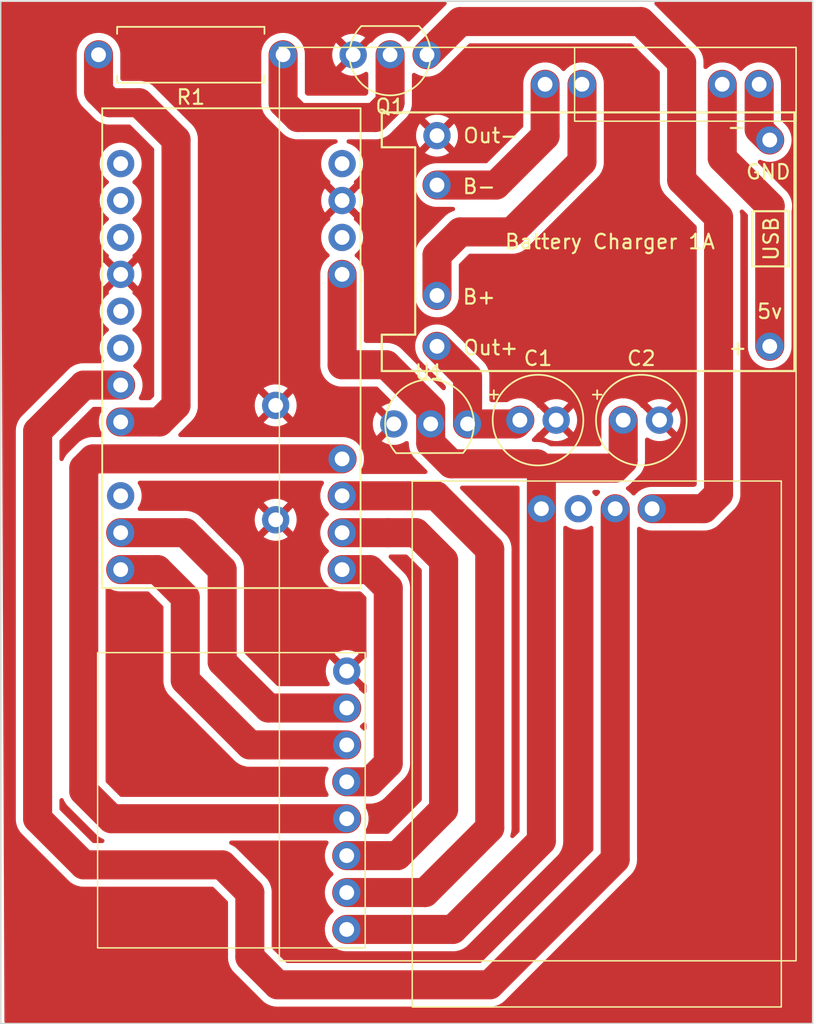
<source format=kicad_pcb>
(kicad_pcb (version 20221018) (generator pcbnew)
  (layers (0 "F.Cu" signal) (31 "B.Cu" signal) (34 "B.Paste" user) (35 "F.Paste" user) (36 "B.SilkS" user "B.Silkscreen") (37 "F.SilkS" user "F.Silkscreen") (38 "B.Mask" user) (39 "F.Mask" user) (44 "Edge.Cuts" user))
  (net 0 "")
  (net 1 "Net-(LiPo3.7v1-+)")
  (net 2 "Net-(LiPo3.7v1--)")
  (net 3 "VCC")
  (net 4 "Net-(LoRaSX1-MISO)")
  (net 5 "Net-(LoRaSX1-MOSI)")
  (net 6 "Net-(LoRaSX1-SLK)")
  (net 7 "Net-(LoRaSX1-NSS)")
  (net 8 "Net-(LoRaSX1-DI00)")
  (net 9 "Net-(LoRaSX1-REST)")
  (net 11 "Net-(Neo-6m1-TX)")
  (net 12 "GND")
  (net 13 "Net-(TP1-5V)")
  (net 14 "Net-(TP1-GND)")
  (net 23 "Net-(Neo-6m1-GND)")
  (net 24 "Net-(ProMini1-5)")
  (net 25 "Net-(Q1-B)")
  (net 26 "Net-(TP1-OUT+)")
  (footprint "" (layer "F.Cu") (at 135.128 84.582)
    (fp_text reference "" (at 0 0) (layer "F.SilkS") (effects (font (size 1.27 1.27))))
    (fp_text value "" (at 0 0) (layer "F.SilkS") (effects (font (size 1.27 1.27))))
    (pad "" thru_hole circle (at 0 0 270) (size 1.8796 1.8796) (drill 1.016) (layers "*.Cu" "*.Mask") (net 12 "GND"))
  )
  (footprint "Capacitor_THT:CP_Radial_Tantal_D6.0mm_P2.50mm" (layer "F.Cu") (at 151.932 85.598)
    (fp_text reference "C1" (at 1.25 -4.25) (layer "F.SilkS"))
    (fp_text value "C")
    (fp_line (start -2.089749 -1.755) (end -1.489749 -1.755) (stroke (width 0.12)) (layer "F.SilkS"))
    (fp_line (start -1.789749 -2.055) (end -1.789749 -1.455) (stroke (width 0.12)) (layer "F.SilkS"))
    (fp_circle (center 1.25 0) (end 4.37 0) (stroke (width 0.12)) (fill none) (layer "F.SilkS"))
    (pad "1" thru_hole circle (at 0 0) (size 1.8796 1.8796) (drill 1.016) (layers "*.Cu" "*.Mask") (net 26 "Net-(TP1-OUT+)"))
    (pad "2" thru_hole circle (at 2.5 0) (size 1.8796 1.8796) (drill 1.016) (layers "*.Cu" "*.Mask") (net 12 "GND"))
  )
  (footprint "tesis:LoRaSx1278" (layer "F.Cu") (at 132.3975 113.03 -90)
    (fp_text reference "LoRaSX1" hide)
    (fp_text value "~" hide)
    (fp_rect (start 8.89 -8.89) (end -11.43 9.525) (stroke (width 0.1)) (fill none) (layer "F.SilkS"))
    (pad "1" thru_hole circle (at 7.62 -7.62 270) (size 1.8796 1.8796) (drill 1.016) (layers "*.Cu" "*.Mask") (net 3 "VCC"))
    (pad "2" thru_hole circle (at 5.08 -7.62 270) (size 1.8796 1.8796) (drill 1.016) (layers "*.Cu" "*.Mask") (net 4 "Net-(LoRaSX1-MISO)"))
    (pad "3" thru_hole circle (at 2.54 -7.62 270) (size 1.8796 1.8796) (drill 1.016) (layers "*.Cu" "*.Mask") (net 5 "Net-(LoRaSX1-MOSI)"))
    (pad "4" thru_hole circle (at 0 -7.62 270) (size 1.8796 1.8796) (drill 1.016) (layers "*.Cu" "*.Mask") (net 6 "Net-(LoRaSX1-SLK)"))
    (pad "5" thru_hole circle (at -2.54 -7.62 270) (size 1.8796 1.8796) (drill 1.016) (layers "*.Cu" "*.Mask") (net 7 "Net-(LoRaSX1-NSS)"))
    (pad "6" thru_hole circle (at -5.08 -7.62 270) (size 1.8796 1.8796) (drill 1.016) (layers "*.Cu" "*.Mask") (net 8 "Net-(LoRaSX1-DI00)"))
    (pad "7" thru_hole circle (at -7.62 -7.62 270) (size 1.8796 1.8796) (drill 1.016) (layers "*.Cu" "*.Mask") (net 9 "Net-(LoRaSX1-REST)"))
    (pad "8" thru_hole circle (at -10.16 -7.62 270) (size 1.8796 1.8796) (drill 1.016) (layers "*.Cu" "*.Mask") (net 12 "GND"))
  )
  (footprint "tesis:solar panel" (layer "F.Cu") (at 163.322 70.104)
    (fp_text reference "panelSolar1" hide)
    (fp_text value "~")
    (fp_rect (start -7.62 -10.16) (end 7.62 -5.08) (stroke (width 0.1)) (fill none) (layer "F.SilkS"))
    (pad "1" thru_hole circle (at 2.54 -7.62) (size 1.8796 1.8796) (drill 1.016) (layers "*.Cu" "*.Mask") (net 13 "Net-(TP1-5V)"))
    (pad "2" thru_hole circle (at 5.08 -7.62) (size 1.8796 1.8796) (drill 1.016) (layers "*.Cu" "*.Mask") (net 14 "Net-(TP1-GND)"))
  )
  (footprint "" (layer "F.Cu") (at 135.128 92.456)
    (fp_text reference "" (at 0 0) (layer "F.SilkS") (effects (font (size 1.27 1.27))))
    (fp_text value "" (at 0 0) (layer "F.SilkS") (effects (font (size 1.27 1.27))))
    (pad "" thru_hole circle (at 0 0 270) (size 1.8796 1.8796) (drill 1.016) (layers "*.Cu" "*.Mask") (net 12 "GND"))
  )
  (footprint "Package_TO_SOT_THT:TO-92L_Inline" (layer "F.Cu") (at 144.526 85.859481)
    (fp_text reference "U1" (at 1.19 -3.56) (layer "F.SilkS"))
    (fp_text value "AMS1117-3.3")
    (fp_line (start -1.106121 2.012065) (end 3.496313 2.000374) (stroke (width 0.12)) (layer "F.SilkS"))
    (fp_arc (start -1.106121 2.012065) (mid 1.182245 -3.052952) (end 3.496313 2.000374) (stroke (width 0.12)) (layer "F.SilkS"))
    (pad "1" thru_hole circle (at -1.27 0) (size 1.8796 1.8796) (drill 1.016) (layers "*.Cu" "*.Mask") (net 12 "GND"))
    (pad "2" thru_hole circle (at 1.27 0) (size 1.8796 1.8796) (drill 1.016) (layers "*.Cu" "*.Mask") (net 3 "VCC"))
    (pad "3" thru_hole circle (at 3.81 0) (size 1.8796 1.8796) (drill 1.016) (layers "*.Cu" "*.Mask") (net 26 "Net-(TP1-OUT+)"))
  )
  (footprint "tesis:Neo-6m" (layer "F.Cu") (at 157.226 108.204)
    (fp_text reference "Neo-6m1" hide)
    (fp_text value "~" hide)
    (fp_rect (start -12.7 -18.415) (end 12.7 17.78) (stroke (width 0.1)) (fill none) (layer "F.SilkS"))
    (pad "1" thru_hole circle (at -3.81 -16.51) (size 1.8796 1.8796) (drill 1.016) (layers "*.Cu" "*.Mask") (net 3 "VCC"))
    (pad "2" thru_hole circle (at -1.27 -16.51) (size 1.8796 1.8796) (drill 1.016) (layers "*.Cu" "*.Mask"))
    (pad "3" thru_hole circle (at 1.27 -16.51) (size 1.8796 1.8796) (drill 1.016) (layers "*.Cu" "*.Mask") (net 11 "Net-(Neo-6m1-TX)"))
    (pad "4" thru_hole circle (at 3.81 -16.51) (size 1.8796 1.8796) (drill 1.016) (layers "*.Cu" "*.Mask") (net 23 "Net-(Neo-6m1-GND)"))
  )
  (footprint "tesis:MODULE_ARDUINO_PRO_MINI" (layer "F.Cu") (at 132.08 80.645)
    (fp_text reference "ProMini1" hide)
    (fp_text value "~" hide)
    (fp_line (start -8.89 -16.51) (end -8.89 16.51) (stroke (width 0.127)) (layer "F.SilkS"))
    (fp_line (start -8.89 16.51) (end 8.89 16.51) (stroke (width 0.127)) (layer "F.SilkS"))
    (fp_line (start 8.89 -16.51) (end -8.89 -16.51) (stroke (width 0.127)) (layer "F.SilkS"))
    (fp_line (start 8.89 16.51) (end 8.89 -16.51) (stroke (width 0.127)) (layer "F.SilkS"))
    (pad "1" thru_hole circle (at -7.62 -12.7) (size 1.8796 1.8796) (drill 1.016) (layers "*.Cu" "*.Mask"))
    (pad "2" thru_hole circle (at -7.62 -10.16) (size 1.8796 1.8796) (drill 1.016) (layers "*.Cu" "*.Mask"))
    (pad "3" thru_hole circle (at -7.62 -7.62) (size 1.8796 1.8796) (drill 1.016) (layers "*.Cu" "*.Mask"))
    (pad "4" thru_hole circle (at -7.62 -5.08) (size 1.8796 1.8796) (drill 1.016) (layers "*.Cu" "*.Mask") (net 12 "GND"))
    (pad "5" thru_hole circle (at -7.62 -2.54) (size 1.8796 1.8796) (drill 1.016) (layers "*.Cu" "*.Mask"))
    (pad "6" thru_hole circle (at -7.62 0) (size 1.8796 1.8796) (drill 1.016) (layers "*.Cu" "*.Mask"))
    (pad "7" thru_hole circle (at -7.62 2.54) (size 1.8796 1.8796) (drill 1.016) (layers "*.Cu" "*.Mask") (net 11 "Net-(Neo-6m1-TX)"))
    (pad "8" thru_hole circle (at -7.62 5.08) (size 1.8796 1.8796) (drill 1.016) (layers "*.Cu" "*.Mask") (net 24 "Net-(ProMini1-5)"))
    (pad "10" thru_hole circle (at -7.62 10.16) (size 1.8796 1.8796) (drill 1.016) (layers "*.Cu" "*.Mask"))
    (pad "11" thru_hole circle (at -7.62 12.7) (size 1.8796 1.8796) (drill 1.016) (layers "*.Cu" "*.Mask") (net 9 "Net-(LoRaSX1-REST)"))
    (pad "12" thru_hole circle (at -7.62 15.24) (size 1.8796 1.8796) (drill 1.016) (layers "*.Cu" "*.Mask") (net 8 "Net-(LoRaSX1-DI00)"))
    (pad "19" thru_hole circle (at 7.62 -12.7) (size 1.8796 1.8796) (drill 1.016) (layers "*.Cu" "*.Mask"))
    (pad "20" thru_hole circle (at 7.62 -10.16) (size 1.8796 1.8796) (drill 1.016) (layers "*.Cu" "*.Mask") (net 12 "GND"))
    (pad "21" thru_hole circle (at 7.62 -7.62) (size 1.8796 1.8796) (drill 1.016) (layers "*.Cu" "*.Mask"))
    (pad "22" thru_hole circle (at 7.62 -5.08) (size 1.8796 1.8796) (drill 1.016) (layers "*.Cu" "*.Mask") (net 3 "VCC"))
    (pad "27" thru_hole circle (at 7.62 7.62) (size 1.8796 1.8796) (drill 1.016) (layers "*.Cu" "*.Mask") (net 6 "Net-(LoRaSX1-SLK)"))
    (pad "28" thru_hole circle (at 7.62 10.16) (size 1.8796 1.8796) (drill 1.016) (layers "*.Cu" "*.Mask") (net 4 "Net-(LoRaSX1-MISO)"))
    (pad "29" thru_hole circle (at 7.62 12.7) (size 1.8796 1.8796) (drill 1.016) (layers "*.Cu" "*.Mask") (net 5 "Net-(LoRaSX1-MOSI)"))
    (pad "30" thru_hole circle (at 7.62 15.24) (size 1.8796 1.8796) (drill 1.016) (layers "*.Cu" "*.Mask") (net 7 "Net-(LoRaSX1-NSS)"))
  )
  (footprint "tesis:TP4056" (layer "F.Cu") (at 170.8305 82.2185 180)
    (fp_text reference "TP1" hide)
    (fp_text value "~")
    (fp_text user "Out+" (at 20.9 1.6) (layer "F.SilkS"))
    (fp_text user "B-" (at 21.7 12.7) (layer "F.SilkS"))
    (fp_text user "USB" (at 1.6 9.1 90) (layer "F.SilkS"))
    (fp_text user "Out-" (at 20.9 16.2) (layer "F.SilkS"))
    (fp_text user "5v" (at 1.7 4.1) (layer "F.SilkS"))
    (fp_text user "-" (at 4 16.8) (layer "F.SilkS"))
    (fp_text user "GND" (at 1.8 13.7) (layer "F.SilkS"))
    (fp_text user "B+" (at 21.7 5.1) (layer "F.SilkS"))
    (fp_text user "+" (at 3.9 1.6) (layer "F.SilkS"))
    (fp_text user "Battery Charger 1A" (at 12.7 8.9) (layer "F.SilkS"))
    (fp_line (start 0 0) (end 26.3 0) (stroke (width 0.15)) (layer "F.SilkS"))
    (fp_line (start 0 17.8) (end 0 0) (stroke (width 0.15)) (layer "F.SilkS"))
    (fp_line (start 0.4 7.2) (end 2.9 7.2) (stroke (width 0.15)) (layer "F.SilkS"))
    (fp_line (start 0.4 11) (end 0.4 7.3) (stroke (width 0.15)) (layer "F.SilkS"))
    (fp_line (start 2.9 7.2) (end 2.9 11) (stroke (width 0.15)) (layer "F.SilkS"))
    (fp_line (start 2.9 11) (end 0.4 11) (stroke (width 0.15)) (layer "F.SilkS"))
    (fp_line (start 26.1 2.5) (end 26.1 15.4) (stroke (width 0.15)) (layer "F.SilkS"))
    (fp_line (start 26.1 15.4) (end 26.4 15.4) (stroke (width 0.15)) (layer "F.SilkS"))
    (fp_line (start 26.3 0) (end 28.4 0) (stroke (width 0.15)) (layer "F.SilkS"))
    (fp_line (start 26.3 15.4) (end 28.4 15.4) (stroke (width 0.15)) (layer "F.SilkS"))
    (fp_line (start 28.4 0) (end 28.4 2.5) (stroke (width 0.15)) (layer "F.SilkS"))
    (fp_line (start 28.4 2.5) (end 26.1 2.5) (stroke (width 0.15)) (layer "F.SilkS"))
    (fp_line (start 28.4 15.4) (end 28.4 15.7) (stroke (width 0.15)) (layer "F.SilkS"))
    (fp_line (start 28.4 15.7) (end 28.4 17.8) (stroke (width 0.15)) (layer "F.SilkS"))
    (fp_line (start 28.4 17.8) (end 0 17.8) (stroke (width 0.15)) (layer "F.SilkS"))
    (pad "1" thru_hole circle (at 1.7 1.7 180) (size 1.8796 1.8796) (drill 1.016) (layers "*.Cu" "*.Mask") (net 13 "Net-(TP1-5V)"))
    (pad "2" thru_hole circle (at 1.7 15.9 180) (size 1.8796 1.8796) (drill 1.016) (layers "*.Cu" "*.Mask") (net 14 "Net-(TP1-GND)"))
    (pad "3" thru_hole circle (at 24.6 1.7 180) (size 1.8796 1.8796) (drill 1.016) (layers "*.Cu" "*.Mask") (net 26 "Net-(TP1-OUT+)"))
    (pad "4" thru_hole circle (at 24.6 5.2 180) (size 1.8796 1.8796) (drill 1.016) (layers "*.Cu" "*.Mask") (net 2 "Net-(LiPo3.7v1--)"))
    (pad "5" thru_hole circle (at 24.6 12.8 180) (size 1.8796 1.8796) (drill 1.016) (layers "*.Cu" "*.Mask") (net 1 "Net-(LiPo3.7v1-+)"))
    (pad "6" thru_hole circle (at 24.6 16.2 180) (size 1.8796 1.8796) (drill 1.016) (layers "*.Cu" "*.Mask") (net 12 "GND"))
  )
  (footprint "Package_TO_SOT_THT:TO-92_Inline" (layer "F.Cu") (at 144.272 60.452 180)
    (fp_text reference "Q1" (at 1.27 -3.56) (layer "F.SilkS"))
    (fp_text value "BC337")
    (fp_line (start -0.705656 1.975656) (end 3.245656 1.975656) (stroke (width 0.12)) (layer "F.SilkS"))
    (fp_arc (start -0.705656 1.975656) (mid -1.311319 -1.069217) (end 1.27 -2.793999) (stroke (width 0.12)) (layer "F.SilkS"))
    (fp_arc (start 1.27 -2.793999) (mid 3.851318 -1.069217) (end 3.245656 1.975656) (stroke (width 0.12)) (layer "F.SilkS"))
    (pad "1" thru_hole circle (at -1.27 0 180) (size 1.8796 1.8796) (drill 1.016) (layers "*.Cu" "*.Mask") (net 23 "Net-(Neo-6m1-GND)"))
    (pad "2" thru_hole circle (at 1.27 0 180) (size 1.8796 1.8796) (drill 1.016) (layers "*.Cu" "*.Mask") (net 25 "Net-(Q1-B)"))
    (pad "3" thru_hole circle (at 3.81 0 180) (size 1.8796 1.8796) (drill 1.016) (layers "*.Cu" "*.Mask") (net 12 "GND"))
  )
  (footprint "Capacitor_THT:CP_Radial_Tantal_D6.0mm_P2.50mm" (layer "F.Cu") (at 159.044 85.598)
    (fp_text reference "C2" (at 1.25 -4.25) (layer "F.SilkS"))
    (fp_text value "C")
    (fp_line (start -2.089749 -1.755) (end -1.489749 -1.755) (stroke (width 0.12)) (layer "F.SilkS"))
    (fp_line (start -1.789749 -2.055) (end -1.789749 -1.455) (stroke (width 0.12)) (layer "F.SilkS"))
    (fp_circle (center 1.25 0) (end 4.37 0) (stroke (width 0.12)) (fill none) (layer "F.SilkS"))
    (pad "1" thru_hole circle (at 0 0) (size 1.8796 1.8796) (drill 1.016) (layers "*.Cu" "*.Mask") (net 3 "VCC"))
    (pad "2" thru_hole circle (at 2.5 0) (size 1.8796 1.8796) (drill 1.016) (layers "*.Cu" "*.Mask") (net 12 "GND"))
  )
  (footprint "Resistor_THT:R_Axial_DIN0411_L9.9mm_D3.6mm_P12.70mm_Horizontal" (layer "F.Cu") (at 135.636 60.452 180)
    (fp_text reference "R1" (at 6.35 -2.92) (layer "F.SilkS"))
    (fp_text value "R")
    (fp_line (start 1.28 -1.92) (end 11.42 -1.92) (stroke (width 0.12)) (layer "F.SilkS"))
    (fp_line (start 1.28 -1.44) (end 1.28 -1.92) (stroke (width 0.12)) (layer "F.SilkS"))
    (fp_line (start 1.28 1.44) (end 1.28 1.92) (stroke (width 0.12)) (layer "F.SilkS"))
    (fp_line (start 1.28 1.92) (end 11.42 1.92) (stroke (width 0.12)) (layer "F.SilkS"))
    (fp_line (start 11.42 -1.92) (end 11.42 -1.44) (stroke (width 0.12)) (layer "F.SilkS"))
    (fp_line (start 11.42 1.92) (end 11.42 1.44) (stroke (width 0.12)) (layer "F.SilkS"))
    (pad "1" thru_hole circle (at 0 0 180) (size 1.8796 1.8796) (drill 1.016) (layers "*.Cu" "*.Mask") (net 25 "Net-(Q1-B)"))
    (pad "2" thru_hole circle (at 12.7 0 180) (size 1.8796 1.8796) (drill 1.016) (layers "*.Cu" "*.Mask") (net 24 "Net-(ProMini1-5)"))
  )
  (footprint "tesis:LiPo Battery" (layer "F.Cu") (at 153.162 89.154)
    (fp_text reference "LiPo3.7v1" hide)
    (fp_text value "~" hide)
    (fp_rect (start -17.78 -29.21) (end 17.78 33.655) (stroke (width 0.1)) (fill none) (layer "F.SilkS"))
    (pad "1" thru_hole circle (at 0.508 -26.67) (size 1.8796 1.8796) (drill 1.016) (layers "*.Cu" "*.Mask") (net 1 "Net-(LiPo3.7v1-+)"))
    (pad "2" thru_hole circle (at 3.048 -26.67) (size 1.8796 1.8796) (drill 1.016) (layers "*.Cu" "*.Mask") (net 2 "Net-(LiPo3.7v1--)"))
  )
  (gr_rect (start 116.205 56.769) (end 172.085 127.127) (stroke (width 0.1)) (fill none) (layer "Edge.Cuts"))
  (segment (start 153.67 66.04) (end 153.67 62.484) (width 2) (layer "F.Cu") (net 1))
  (segment (start 150.2915 69.4185) (end 153.67 66.04) (width 2) (layer "F.Cu") (net 1))
  (segment (start 146.2305 69.4185) (end 150.2915 69.4185) (width 2) (layer "F.Cu") (net 1))
  (segment (start 151.384 72.644) (end 147.828 72.644) (width 2) (layer "F.Cu") (net 2))
  (segment (start 147.828 72.644) (end 146.2305 74.2415) (width 2) (layer "F.Cu") (net 2))
  (segment (start 156.21 67.818) (end 151.384 72.644) (width 2) (layer "F.Cu") (net 2))
  (segment (start 146.2305 74.2415) (end 146.2305 77.0185) (width 2) (layer "F.Cu") (net 2))
  (segment (start 156.21 62.484) (end 156.21 67.818) (width 2) (layer "F.Cu") (net 2))
  (segment (start 145.796 87.188558) (end 147.212442 88.605) (width 2) (layer "F.Cu") (net 3))
  (segment (start 142.748 81.788) (end 139.7 81.788) (width 2) (layer "F.Cu") (net 3))
  (segment (start 153.121 88.605) (end 153.416 88.9) (width 2) (layer "F.Cu") (net 3))
  (segment (start 139.7 81.788) (end 139.7 75.565) (width 2) (layer "F.Cu") (net 3))
  (segment (start 153.416 114.554) (end 153.416 91.694) (width 2) (layer "F.Cu") (net 3))
  (segment (start 145.796 85.859481) (end 145.796 87.188558) (width 2) (layer "F.Cu") (net 3))
  (segment (start 158.496 88.9) (end 153.416 88.9) (width 2) (layer "F.Cu") (net 3))
  (segment (start 159.044 85.598) (end 159.044 88.352) (width 2) (layer "F.Cu") (net 3))
  (segment (start 159.044 88.352) (end 158.496 88.9) (width 2) (layer "F.Cu") (net 3))
  (segment (start 153.416 88.9) (end 153.416 91.694) (width 2) (layer "F.Cu") (net 3))
  (segment (start 147.212442 88.605) (end 153.121 88.605) (width 2) (layer "F.Cu") (net 3))
  (segment (start 145.796 85.859481) (end 145.796 84.836) (width 2) (layer "F.Cu") (net 3))
  (segment (start 145.796 84.836) (end 142.748 81.788) (width 2) (layer "F.Cu") (net 3))
  (segment (start 147.32 120.65) (end 153.416 114.554) (width 2) (layer "F.Cu") (net 3))
  (segment (start 140.0175 120.65) (end 147.32 120.65) (width 2) (layer "F.Cu") (net 3))
  (segment (start 149.86 113.665) (end 145.415 118.11) (width 2) (layer "F.Cu") (net 4))
  (segment (start 139.7 90.805) (end 146.177 90.805) (width 2) (layer "F.Cu") (net 4))
  (segment (start 149.86 94.488) (end 149.86 113.665) (width 2) (layer "F.Cu") (net 4))
  (segment (start 145.415 118.11) (end 140.0175 118.11) (width 2) (layer "F.Cu") (net 4))
  (segment (start 146.177 90.805) (end 149.86 94.488) (width 2) (layer "F.Cu") (net 4))
  (segment (start 143.51 115.57) (end 140.0175 115.57) (width 2) (layer "F.Cu") (net 5))
  (segment (start 142.875 93.345) (end 144.78 93.345) (width 2) (layer "F.Cu") (net 5))
  (segment (start 144.78 93.345) (end 146.685 95.25) (width 2) (layer "F.Cu") (net 5))
  (segment (start 139.7 93.345) (end 142.875 93.345) (width 2) (layer "F.Cu") (net 5))
  (segment (start 146.685 112.395) (end 143.51 115.57) (width 2) (layer "F.Cu") (net 5))
  (segment (start 146.685 95.25) (end 146.685 112.395) (width 2) (layer "F.Cu") (net 5))
  (segment (start 139.7 88.265) (end 122.555 88.265) (width 2) (layer "F.Cu") (net 6))
  (segment (start 122.555 88.265) (end 121.92 88.9) (width 2) (layer "F.Cu") (net 6))
  (segment (start 123.825 113.03) (end 140.0175 113.03) (width 2) (layer "F.Cu") (net 6))
  (segment (start 121.92 88.9) (end 121.92 111.125) (width 2) (layer "F.Cu") (net 6))
  (segment (start 121.92 111.125) (end 123.825 113.03) (width 2) (layer "F.Cu") (net 6))
  (segment (start 140.0175 110.49) (end 141.605 110.49) (width 2) (layer "F.Cu") (net 7))
  (segment (start 142.875 109.22) (end 142.875 97.155) (width 2) (layer "F.Cu") (net 7))
  (segment (start 141.605 110.49) (end 142.875 109.22) (width 2) (layer "F.Cu") (net 7))
  (segment (start 141.605 95.885) (end 139.7 95.885) (width 2) (layer "F.Cu") (net 7))
  (segment (start 142.875 97.155) (end 141.605 95.885) (width 2) (layer "F.Cu") (net 7))
  (segment (start 128.905 103.505) (end 133.35 107.95) (width 2) (layer "F.Cu") (net 8))
  (segment (start 127 95.885) (end 128.905 97.79) (width 2) (layer "F.Cu") (net 8))
  (segment (start 128.905 97.79) (end 128.905 103.505) (width 2) (layer "F.Cu") (net 8))
  (segment (start 133.35 107.95) (end 140.0175 107.95) (width 2) (layer "F.Cu") (net 8))
  (segment (start 124.46 95.885) (end 127 95.885) (width 2) (layer "F.Cu") (net 8))
  (segment (start 140.0175 105.41) (end 134.62 105.41) (width 2) (layer "F.Cu") (net 9))
  (segment (start 131.445 95.885) (end 128.905 93.345) (width 2) (layer "F.Cu") (net 9))
  (segment (start 128.905 93.345) (end 124.46 93.345) (width 2) (layer "F.Cu") (net 9))
  (segment (start 131.445 102.235) (end 131.445 95.885) (width 2) (layer "F.Cu") (net 9))
  (segment (start 134.62 105.41) (end 131.445 102.235) (width 2) (layer "F.Cu") (net 9))
  (segment (start 133.35 118.11) (end 133.35 122.555) (width 2) (layer "F.Cu") (net 11))
  (segment (start 158.496 115.824) (end 158.496 91.694) (width 2) (layer "F.Cu") (net 11))
  (segment (start 135.255 124.46) (end 149.86 124.46) (width 2) (layer "F.Cu") (net 11))
  (segment (start 149.86 124.46) (end 158.496 115.824) (width 2) (layer "F.Cu") (net 11))
  (segment (start 121.92 116.205) (end 131.445 116.205) (width 2) (layer "F.Cu") (net 11))
  (segment (start 118.745 86.36) (end 118.745 113.03) (width 2) (layer "F.Cu") (net 11))
  (segment (start 131.445 116.205) (end 133.35 118.11) (width 2) (layer "F.Cu") (net 11))
  (segment (start 133.35 122.555) (end 135.255 124.46) (width 2) (layer "F.Cu") (net 11))
  (segment (start 121.92 83.185) (end 118.745 86.36) (width 2) (layer "F.Cu") (net 11))
  (segment (start 124.46 83.185) (end 121.92 83.185) (width 2) (layer "F.Cu") (net 11))
  (segment (start 118.745 113.03) (end 121.92 116.205) (width 2) (layer "F.Cu") (net 11))
  (segment (start 165.862 62.484) (end 165.862 67.564) (width 2) (layer "F.Cu") (net 13))
  (segment (start 169.1305 70.8995) (end 169.1305 80.5185) (width 2) (layer "F.Cu") (net 13))
  (segment (start 169.164 70.866) (end 169.1305 70.8995) (width 2) (layer "F.Cu") (net 13))
  (segment (start 165.862 67.564) (end 169.164 70.866) (width 2) (layer "F.Cu") (net 13))
  (segment (start 168.402 62.484) (end 168.402 65.59) (width 2) (layer "F.Cu") (net 14))
  (segment (start 168.402 65.59) (end 169.1305 66.3185) (width 2) (layer "F.Cu") (net 14))
  (segment (start 165.608 71.628) (end 165.608 90.678) (width 2) (layer "F.Cu") (net 23))
  (segment (start 163.068 60.97873) (end 163.068 69.088) (width 2) (layer "F.Cu") (net 23))
  (segment (start 164.592 91.694) (end 161.036 91.694) (width 2) (layer "F.Cu") (net 23))
  (segment (start 160.25527 58.166) (end 163.068 60.97873) (width 2) (layer "F.Cu") (net 23))
  (segment (start 147.828 58.166) (end 160.25527 58.166) (width 2) (layer "F.Cu") (net 23))
  (segment (start 145.542 60.452) (end 147.828 58.166) (width 2) (layer "F.Cu") (net 23))
  (segment (start 165.608 90.678) (end 164.592 91.694) (width 2) (layer "F.Cu") (net 23))
  (segment (start 163.068 69.088) (end 165.608 71.628) (width 2) (layer "F.Cu") (net 23))
  (segment (start 127.127 85.725) (end 124.46 85.725) (width 2) (layer "F.Cu") (net 24))
  (segment (start 128.27 66.294) (end 125.73 63.754) (width 2) (layer "F.Cu") (net 24))
  (segment (start 128.27 66.294) (end 128.27 84.582) (width 2) (layer "F.Cu") (net 24))
  (segment (start 123.698 63.754) (end 122.936 62.992) (width 2) (layer "F.Cu") (net 24))
  (segment (start 122.936 62.992) (end 122.936 60.452) (width 2) (layer "F.Cu") (net 24))
  (segment (start 128.27 84.582) (end 127.127 85.725) (width 2) (layer "F.Cu") (net 24))
  (segment (start 125.73 63.754) (end 123.698 63.754) (width 2) (layer "F.Cu") (net 24))
  (segment (start 143.002 60.452) (end 143.002 63.754) (width 2) (layer "F.Cu") (net 25))
  (segment (start 141.986 64.77) (end 136.652 64.77) (width 2) (layer "F.Cu") (net 25))
  (segment (start 136.652 64.77) (end 135.636 63.754) (width 2) (layer "F.Cu") (net 25))
  (segment (start 143.002 63.754) (end 141.986 64.77) (width 2) (layer "F.Cu") (net 25))
  (segment (start 135.636 63.754) (end 135.636 60.452) (width 2) (layer "F.Cu") (net 25))
  (segment (start 146.2305 80.5185) (end 148.336 82.624) (width 2) (layer "F.Cu") (net 26))
  (segment (start 148.336 85.859481) (end 151.670519 85.859481) (width 2) (layer "F.Cu") (net 26))
  (segment (start 148.336 82.624) (end 148.336 85.859481) (width 2) (layer "F.Cu") (net 26))
  (segment (start 151.670519 85.859481) (end 151.932 85.598) (width 2) (layer "F.Cu") (net 26))
  (segment (start 148.343481 85.852) (end 148.336 85.859481) (width 2) (layer "F.Cu") (net 26))
  (zone (net 12) (net_name "GND") (layer "F.Cu") (connect_pads (clearance 0.5)) (min_thickness 0.3) (fill yes (thermal_gap 0.5) (thermal_bridge_width 0.5) (island_removal_mode 1) (island_area_min 10))
    (polygon (pts (xy 116.205 56.769) (xy 172.085 56.769) (xy 172.339 127.127) (xy 116.459 127.127)))
  )
)
</source>
